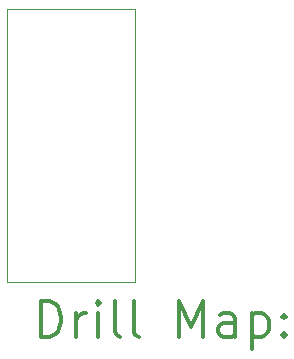
<source format=gbr>
%FSLAX45Y45*%
G04 Gerber Fmt 4.5, Leading zero omitted, Abs format (unit mm)*
G04 Created by KiCad (PCBNEW (5.1.6)-1) date 2023-01-22 16:24:46*
%MOMM*%
%LPD*%
G01*
G04 APERTURE LIST*
%TA.AperFunction,Profile*%
%ADD10C,0.050000*%
%TD*%
%ADD11C,0.200000*%
%ADD12C,0.300000*%
G04 APERTURE END LIST*
D10*
X17462500Y-8763000D02*
X17462500Y-6451600D01*
X18542000Y-8763000D02*
X17462500Y-8763000D01*
X18542000Y-6451600D02*
X18542000Y-8763000D01*
X17462500Y-6451600D02*
X18542000Y-6451600D01*
D11*
D12*
X17746428Y-9231214D02*
X17746428Y-8931214D01*
X17817857Y-8931214D01*
X17860714Y-8945500D01*
X17889286Y-8974072D01*
X17903571Y-9002643D01*
X17917857Y-9059786D01*
X17917857Y-9102643D01*
X17903571Y-9159786D01*
X17889286Y-9188357D01*
X17860714Y-9216929D01*
X17817857Y-9231214D01*
X17746428Y-9231214D01*
X18046428Y-9231214D02*
X18046428Y-9031214D01*
X18046428Y-9088357D02*
X18060714Y-9059786D01*
X18075000Y-9045500D01*
X18103571Y-9031214D01*
X18132143Y-9031214D01*
X18232143Y-9231214D02*
X18232143Y-9031214D01*
X18232143Y-8931214D02*
X18217857Y-8945500D01*
X18232143Y-8959786D01*
X18246428Y-8945500D01*
X18232143Y-8931214D01*
X18232143Y-8959786D01*
X18417857Y-9231214D02*
X18389286Y-9216929D01*
X18375000Y-9188357D01*
X18375000Y-8931214D01*
X18575000Y-9231214D02*
X18546428Y-9216929D01*
X18532143Y-9188357D01*
X18532143Y-8931214D01*
X18917857Y-9231214D02*
X18917857Y-8931214D01*
X19017857Y-9145500D01*
X19117857Y-8931214D01*
X19117857Y-9231214D01*
X19389286Y-9231214D02*
X19389286Y-9074072D01*
X19375000Y-9045500D01*
X19346428Y-9031214D01*
X19289286Y-9031214D01*
X19260714Y-9045500D01*
X19389286Y-9216929D02*
X19360714Y-9231214D01*
X19289286Y-9231214D01*
X19260714Y-9216929D01*
X19246428Y-9188357D01*
X19246428Y-9159786D01*
X19260714Y-9131214D01*
X19289286Y-9116929D01*
X19360714Y-9116929D01*
X19389286Y-9102643D01*
X19532143Y-9031214D02*
X19532143Y-9331214D01*
X19532143Y-9045500D02*
X19560714Y-9031214D01*
X19617857Y-9031214D01*
X19646428Y-9045500D01*
X19660714Y-9059786D01*
X19675000Y-9088357D01*
X19675000Y-9174072D01*
X19660714Y-9202643D01*
X19646428Y-9216929D01*
X19617857Y-9231214D01*
X19560714Y-9231214D01*
X19532143Y-9216929D01*
X19803571Y-9202643D02*
X19817857Y-9216929D01*
X19803571Y-9231214D01*
X19789286Y-9216929D01*
X19803571Y-9202643D01*
X19803571Y-9231214D01*
X19803571Y-9045500D02*
X19817857Y-9059786D01*
X19803571Y-9074072D01*
X19789286Y-9059786D01*
X19803571Y-9045500D01*
X19803571Y-9074072D01*
M02*

</source>
